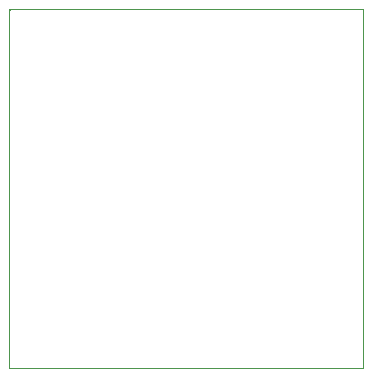
<source format=gbr>
G04 #@! TF.GenerationSoftware,KiCad,Pcbnew,(5.0.1)-3*
G04 #@! TF.CreationDate,2019-10-05T13:26:35-04:00*
G04 #@! TF.ProjectId,MAX30003,4D415833303030332E6B696361645F70,rev?*
G04 #@! TF.SameCoordinates,Original*
G04 #@! TF.FileFunction,Profile,NP*
%FSLAX46Y46*%
G04 Gerber Fmt 4.6, Leading zero omitted, Abs format (unit mm)*
G04 Created by KiCad (PCBNEW (5.0.1)-3) date 10/5/2019 1:26:35 PM*
%MOMM*%
%LPD*%
G01*
G04 APERTURE LIST*
%ADD10C,0.100000*%
G04 APERTURE END LIST*
D10*
X127722000Y-75700000D02*
X157682000Y-75700000D01*
X127722000Y-106110000D02*
X157682000Y-106110000D01*
X157682000Y-75700000D02*
X157682000Y-106110000D01*
X127720000Y-75700000D02*
X127720000Y-106110000D01*
X127760000Y-75738000D02*
X127760000Y-75758000D01*
M02*

</source>
